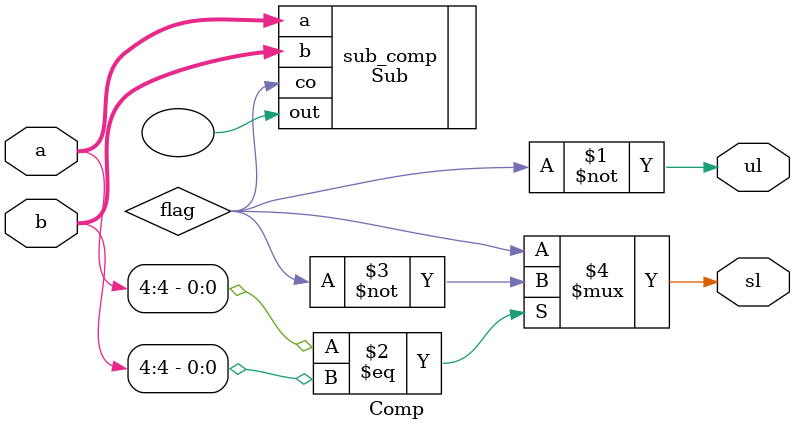
<source format=v>
`timescale 1ns / 1ps


module Comp(
    input                   [ 4 : 0]        a, b,
    output                  [ 0 : 0]        ul,
    output                  [ 0 : 0]        sl
);

wire flag;
assign ul = ~flag;
assign sl = (a[4] == b[4]) ? ~flag : flag;

Sub sub_comp(
    .a(a),
    .b(b),
    .out(),
    .co(flag)
);
 
endmodule

</source>
